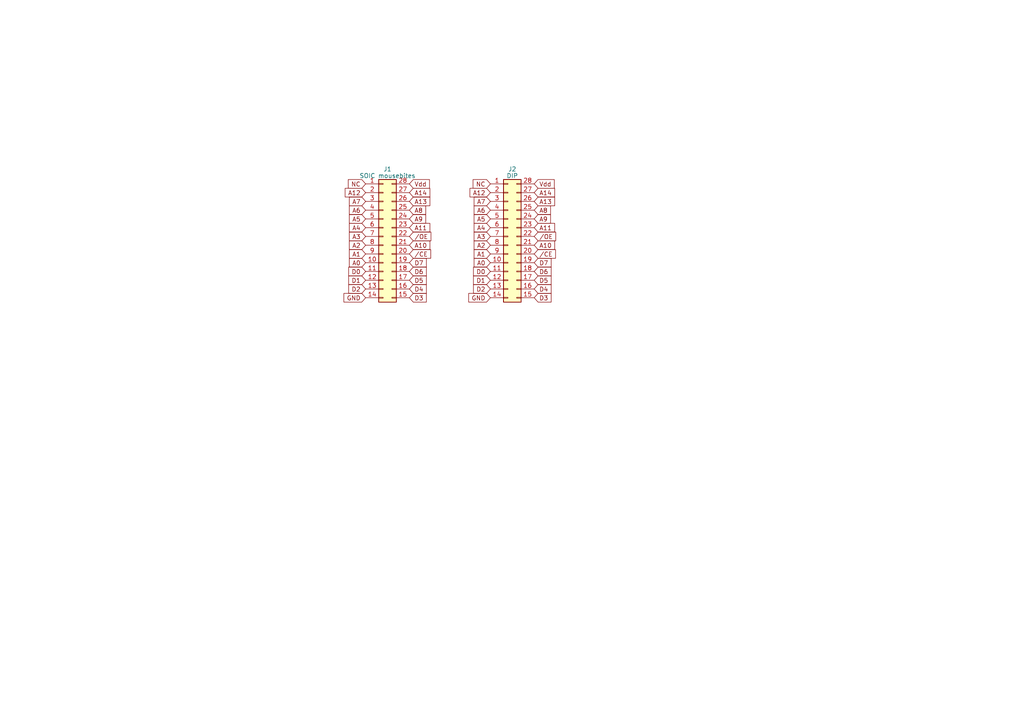
<source format=kicad_sch>
(kicad_sch (version 20230121) (generator eeschema)
  (paper "A4")
  (lib_symbols
    (symbol "Connector_Generic:Conn_02x14_Counter_Clockwise" (pin_names (offset 1.016) hide)
      (property "Reference" "J" (at 1.27 17.78 0))
      (property "Value" "Conn_02x14_Counter_Clockwise" (at 1.27 -20.32 0))
      (symbol "Conn_02x14_Counter_Clockwise_1_1"
        (rectangle (start -1.27 -17.653) (end 0 -17.907) (stroke (width 0.1524)))
        (rectangle (start -1.27 -15.113) (end 0 -15.367) (stroke (width 0.1524)))
        (rectangle (start -1.27 -12.573) (end 0 -12.827) (stroke (width 0.1524)))
        (rectangle (start -1.27 -10.033) (end 0 -10.287) (stroke (width 0.1524)))
        (rectangle (start -1.27 -7.493) (end 0 -7.747) (stroke (width 0.1524)))
        (rectangle (start -1.27 -4.953) (end 0 -5.207) (stroke (width 0.1524)))
        (rectangle (start -1.27 -2.413) (end 0 -2.667) (stroke (width 0.1524)))
        (rectangle (start -1.27 0.127) (end 0 -0.127) (stroke (width 0.1524)))
        (rectangle (start -1.27 2.667) (end 0 2.413) (stroke (width 0.1524)))
        (rectangle (start -1.27 5.207) (end 0 4.953) (stroke (width 0.1524)))
        (rectangle (start -1.27 7.747) (end 0 7.493) (stroke (width 0.1524)))
        (rectangle (start -1.27 10.287) (end 0 10.033) (stroke (width 0.1524)))
        (rectangle (start -1.27 12.827) (end 0 12.573) (stroke (width 0.1524)))
        (rectangle (start -1.27 15.367) (end 0 15.113) (stroke (width 0.1524)))
        (rectangle (start -1.27 16.51) (end 3.81 -19.05) (stroke (width 0.254)) (fill (type background)))
        (rectangle (start 3.81 -17.653) (end 2.54 -17.907) (stroke (width 0.1524)))
        (rectangle (start 3.81 -15.113) (end 2.54 -15.367) (stroke (width 0.1524)))
        (rectangle (start 3.81 -12.573) (end 2.54 -12.827) (stroke (width 0.1524)))
        (rectangle (start 3.81 -10.033) (end 2.54 -10.287) (stroke (width 0.1524)))
        (rectangle (start 3.81 -7.493) (end 2.54 -7.747) (stroke (width 0.1524)))
        (rectangle (start 3.81 -4.953) (end 2.54 -5.207) (stroke (width 0.1524)))
        (rectangle (start 3.81 -2.413) (end 2.54 -2.667) (stroke (width 0.1524)))
        (rectangle (start 3.81 0.127) (end 2.54 -0.127) (stroke (width 0.1524)))
        (rectangle (start 3.81 2.667) (end 2.54 2.413) (stroke (width 0.1524)))
        (rectangle (start 3.81 5.207) (end 2.54 4.953) (stroke (width 0.1524)))
        (rectangle (start 3.81 7.747) (end 2.54 7.493) (stroke (width 0.1524)))
        (rectangle (start 3.81 10.287) (end 2.54 10.033) (stroke (width 0.1524)))
        (rectangle (start 3.81 12.827) (end 2.54 12.573) (stroke (width 0.1524)))
        (rectangle (start 3.81 15.367) (end 2.54 15.113) (stroke (width 0.1524)))
        (pin passive line (at -5.08 15.24 0) (length 3.81) (name "Pin_1") (number "1"))
        (pin passive line (at -5.08 -7.62 0) (length 3.81) (name "Pin_10") (number "10"))
        (pin passive line (at -5.08 -10.16 0) (length 3.81) (name "Pin_11") (number "11"))
        (pin passive line (at -5.08 -12.7 0) (length 3.81) (name "Pin_12") (number "12"))
        (pin passive line (at -5.08 -15.24 0) (length 3.81) (name "Pin_13") (number "13"))
        (pin passive line (at -5.08 -17.78 0) (length 3.81) (name "Pin_14") (number "14"))
        (pin passive line (at 7.62 -17.78 180) (length 3.81) (name "Pin_15") (number "15"))
        (pin passive line (at 7.62 -15.24 180) (length 3.81) (name "Pin_16") (number "16"))
        (pin passive line (at 7.62 -12.7 180) (length 3.81) (name "Pin_17") (number "17"))
        (pin passive line (at 7.62 -10.16 180) (length 3.81) (name "Pin_18") (number "18"))
        (pin passive line (at 7.62 -7.62 180) (length 3.81) (name "Pin_19") (number "19"))
        (pin passive line (at -5.08 12.7 0) (length 3.81) (name "Pin_2") (number "2"))
        (pin passive line (at 7.62 -5.08 180) (length 3.81) (name "Pin_20") (number "20"))
        (pin passive line (at 7.62 -2.54 180) (length 3.81) (name "Pin_21") (number "21"))
        (pin passive line (at 7.62 0 180) (length 3.81) (name "Pin_22") (number "22"))
        (pin passive line (at 7.62 2.54 180) (length 3.81) (name "Pin_23") (number "23"))
        (pin passive line (at 7.62 5.08 180) (length 3.81) (name "Pin_24") (number "24"))
        (pin passive line (at 7.62 7.62 180) (length 3.81) (name "Pin_25") (number "25"))
        (pin passive line (at 7.62 10.16 180) (length 3.81) (name "Pin_26") (number "26"))
        (pin passive line (at 7.62 12.7 180) (length 3.81) (name "Pin_27") (number "27"))
        (pin passive line (at 7.62 15.24 180) (length 3.81) (name "Pin_28") (number "28"))
        (pin passive line (at -5.08 10.16 0) (length 3.81) (name "Pin_3") (number "3"))
        (pin passive line (at -5.08 7.62 0) (length 3.81) (name "Pin_4") (number "4"))
        (pin passive line (at -5.08 5.08 0) (length 3.81) (name "Pin_5") (number "5"))
        (pin passive line (at -5.08 2.54 0) (length 3.81) (name "Pin_6") (number "6"))
        (pin passive line (at -5.08 0 0) (length 3.81) (name "Pin_7") (number "7"))
        (pin passive line (at -5.08 -2.54 0) (length 3.81) (name "Pin_8") (number "8"))
        (pin passive line (at -5.08 -5.08 0) (length 3.81) (name "Pin_9") (number "9"))
      )
    )
  )
  (global_label "A11" (shape input) (at 118.745 66.04 0) (property "Intersheetrefs" "${INTERSHEET_REFS}" (effects hide)))
  (global_label "{slash}OE" (shape input) (at 118.745 68.58 0) (property "Intersheetrefs" "${INTERSHEET_REFS}" (effects hide)))
  (global_label "A2" (shape input) (at 106.045 71.12 180) (property "Intersheetrefs" "${INTERSHEET_REFS}" (effects hide)))
  (global_label "A8" (shape input) (at 118.745 60.96 0) (property "Intersheetrefs" "${INTERSHEET_REFS}" (effects hide)))
  (global_label "A5" (shape input) (at 106.045 63.5 180) (property "Intersheetrefs" "${INTERSHEET_REFS}" (effects hide)))
  (global_label "A1" (shape input) (at 106.045 73.66 180) (property "Intersheetrefs" "${INTERSHEET_REFS}" (effects hide)))
  (global_label "A2" (shape input) (at 142.24 71.12 180) (property "Intersheetrefs" "${INTERSHEET_REFS}" (effects hide)))
  (global_label "Vdd" (shape input) (at 118.745 53.34 0) (property "Intersheetrefs" "${INTERSHEET_REFS}" (effects hide)))
  (global_label "A13" (shape input) (at 154.94 58.42 0) (property "Intersheetrefs" "${INTERSHEET_REFS}" (effects hide)))
  (global_label "D0" (shape input) (at 106.045 78.74 180) (property "Intersheetrefs" "${INTERSHEET_REFS}" (effects hide)))
  (global_label "A0" (shape input) (at 142.24 76.2 180) (property "Intersheetrefs" "${INTERSHEET_REFS}" (effects hide)))
  (global_label "A9" (shape input) (at 118.745 63.5 0) (property "Intersheetrefs" "${INTERSHEET_REFS}" (effects hide)))
  (global_label "D5" (shape input) (at 154.94 81.28 0) (property "Intersheetrefs" "${INTERSHEET_REFS}" (effects hide)))
  (global_label "{slash}OE" (shape input) (at 154.94 68.58 0) (property "Intersheetrefs" "${INTERSHEET_REFS}" (effects hide)))
  (global_label "D4" (shape input) (at 154.94 83.82 0) (property "Intersheetrefs" "${INTERSHEET_REFS}" (effects hide)))
  (global_label "A1" (shape input) (at 142.24 73.66 180) (property "Intersheetrefs" "${INTERSHEET_REFS}" (effects hide)))
  (global_label "D6" (shape input) (at 118.745 78.74 0) (property "Intersheetrefs" "${INTERSHEET_REFS}" (effects hide)))
  (global_label "A6" (shape input) (at 106.045 60.96 180) (property "Intersheetrefs" "${INTERSHEET_REFS}" (effects hide)))
  (global_label "{slash}CE" (shape input) (at 118.745 73.66 0) (property "Intersheetrefs" "${INTERSHEET_REFS}" (effects hide)))
  (global_label "A10" (shape input) (at 118.745 71.12 0) (property "Intersheetrefs" "${INTERSHEET_REFS}" (effects hide)))
  (global_label "D6" (shape input) (at 154.94 78.74 0) (property "Intersheetrefs" "${INTERSHEET_REFS}" (effects hide)))
  (global_label "A3" (shape input) (at 106.045 68.58 180) (property "Intersheetrefs" "${INTERSHEET_REFS}" (effects hide)))
  (global_label "A6" (shape input) (at 142.24 60.96 180) (property "Intersheetrefs" "${INTERSHEET_REFS}" (effects hide)))
  (global_label "A12" (shape input) (at 142.24 55.88 180) (property "Intersheetrefs" "${INTERSHEET_REFS}" (effects hide)))
  (global_label "A0" (shape input) (at 106.045 76.2 180) (property "Intersheetrefs" "${INTERSHEET_REFS}" (effects hide)))
  (global_label "A13" (shape input) (at 118.745 58.42 0) (property "Intersheetrefs" "${INTERSHEET_REFS}" (effects hide)))
  (global_label "A4" (shape input) (at 106.045 66.04 180) (property "Intersheetrefs" "${INTERSHEET_REFS}" (effects hide)))
  (global_label "D0" (shape input) (at 142.24 78.74 180) (property "Intersheetrefs" "${INTERSHEET_REFS}" (effects hide)))
  (global_label "GND" (shape input) (at 106.045 86.36 180) (property "Intersheetrefs" "${INTERSHEET_REFS}" (effects hide)))
  (global_label "D3" (shape input) (at 154.94 86.36 0) (property "Intersheetrefs" "${INTERSHEET_REFS}" (effects hide)))
  (global_label "D7" (shape input) (at 118.745 76.2 0) (property "Intersheetrefs" "${INTERSHEET_REFS}" (effects hide)))
  (global_label "D1" (shape input) (at 106.045 81.28 180) (property "Intersheetrefs" "${INTERSHEET_REFS}" (effects hide)))
  (global_label "A8" (shape input) (at 154.94 60.96 0) (property "Intersheetrefs" "${INTERSHEET_REFS}" (effects hide)))
  (global_label "A9" (shape input) (at 154.94 63.5 0) (property "Intersheetrefs" "${INTERSHEET_REFS}" (effects hide)))
  (global_label "A7" (shape input) (at 106.045 58.42 180) (property "Intersheetrefs" "${INTERSHEET_REFS}" (effects hide)))
  (global_label "D3" (shape input) (at 118.745 86.36 0) (property "Intersheetrefs" "${INTERSHEET_REFS}" (effects hide)))
  (global_label "Vdd" (shape input) (at 154.94 53.34 0) (property "Intersheetrefs" "${INTERSHEET_REFS}" (effects hide)))
  (global_label "NC" (shape input) (at 106.045 53.34 180) (property "Intersheetrefs" "${INTERSHEET_REFS}" (effects hide)))
  (global_label "D5" (shape input) (at 118.745 81.28 0) (property "Intersheetrefs" "${INTERSHEET_REFS}" (effects hide)))
  (global_label "A7" (shape input) (at 142.24 58.42 180) (property "Intersheetrefs" "${INTERSHEET_REFS}" (effects hide)))
  (global_label "A14" (shape input) (at 118.745 55.88 0) (property "Intersheetrefs" "${INTERSHEET_REFS}" (effects hide)))
  (global_label "{slash}CE" (shape input) (at 154.94 73.66 0) (property "Intersheetrefs" "${INTERSHEET_REFS}" (effects hide)))
  (global_label "NC" (shape input) (at 142.24 53.34 180) (property "Intersheetrefs" "${INTERSHEET_REFS}" (effects hide)))
  (global_label "A12" (shape input) (at 106.045 55.88 180) (property "Intersheetrefs" "${INTERSHEET_REFS}" (effects hide)))
  (global_label "D1" (shape input) (at 142.24 81.28 180) (property "Intersheetrefs" "${INTERSHEET_REFS}" (effects hide)))
  (global_label "D7" (shape input) (at 154.94 76.2 0) (property "Intersheetrefs" "${INTERSHEET_REFS}" (effects hide)))
  (global_label "D2" (shape input) (at 142.24 83.82 180) (property "Intersheetrefs" "${INTERSHEET_REFS}" (effects hide)))
  (global_label "GND" (shape input) (at 142.24 86.36 180) (property "Intersheetrefs" "${INTERSHEET_REFS}" (effects hide)))
  (global_label "D4" (shape input) (at 118.745 83.82 0) (property "Intersheetrefs" "${INTERSHEET_REFS}" (effects hide)))
  (global_label "A4" (shape input) (at 142.24 66.04 180) (property "Intersheetrefs" "${INTERSHEET_REFS}" (effects hide)))
  (global_label "A5" (shape input) (at 142.24 63.5 180) (property "Intersheetrefs" "${INTERSHEET_REFS}" (effects hide)))
  (global_label "A10" (shape input) (at 154.94 71.12 0) (property "Intersheetrefs" "${INTERSHEET_REFS}" (effects hide)))
  (global_label "A11" (shape input) (at 154.94 66.04 0) (property "Intersheetrefs" "${INTERSHEET_REFS}" (effects hide)))
  (global_label "A14" (shape input) (at 154.94 55.88 0) (property "Intersheetrefs" "${INTERSHEET_REFS}" (effects hide)))
  (global_label "D2" (shape input) (at 106.045 83.82 180) (property "Intersheetrefs" "${INTERSHEET_REFS}" (effects hide)))
  (global_label "A3" (shape input) (at 142.24 68.58 180) (property "Intersheetrefs" "${INTERSHEET_REFS}" (effects hide)))
  (symbol (lib_id "Connector_Generic:Conn_02x14_Counter_Clockwise") (at 147.32 68.58 0) (unit 1)
    (property "Reference" "J2" (at 148.59 49.0601 0))
    (property "Value" "DIP" (at 148.59 50.9811 0))
    (property "Footprint" "Package_DIP:DIP-28_W15.24mm" (effects hide))
  )
  (symbol (lib_id "Connector_Generic:Conn_02x14_Counter_Clockwise") (at 111.125 68.58 0) (unit 1)
    (property "Reference" "J1" (at 112.395 49.0601 0))
    (property "Value" "SOIC mousebites" (at 112.395 50.9811 0))
    (property "Footprint" "Evan's parts:mousebites TC53257F" (effects hide))
  )
)
</source>
